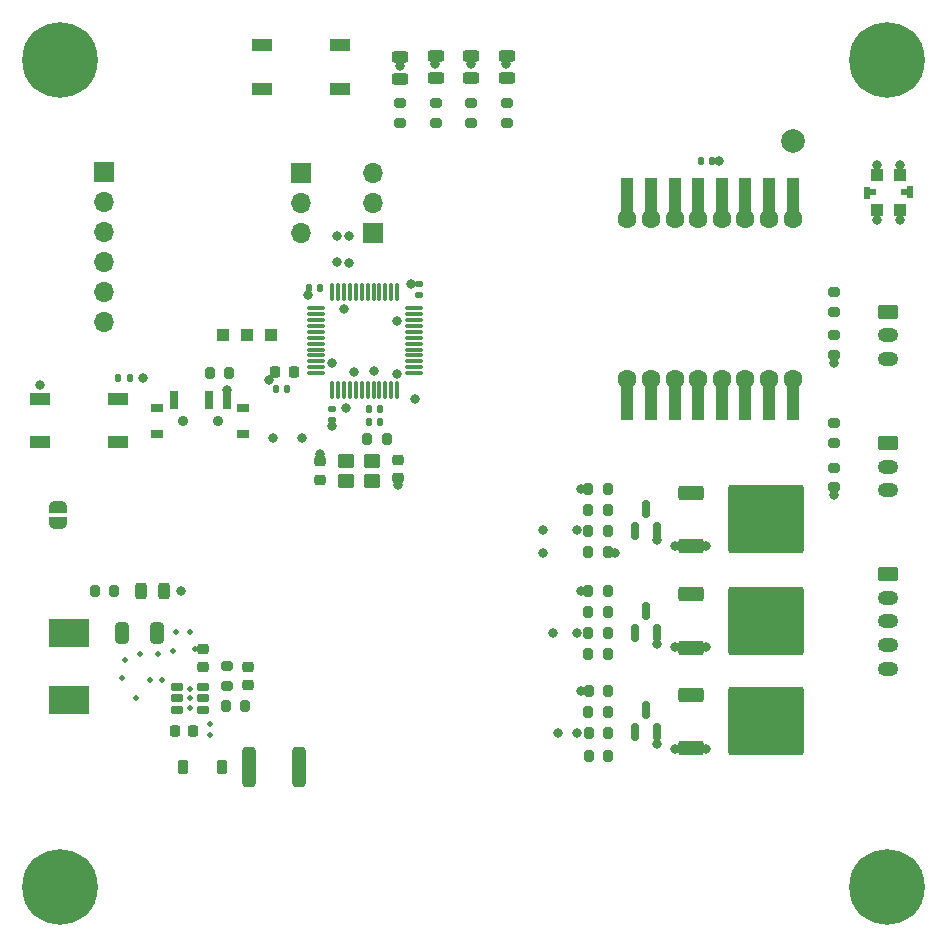
<source format=gbr>
%TF.GenerationSoftware,KiCad,Pcbnew,8.0.4*%
%TF.CreationDate,2024-08-31T15:47:31-07:00*%
%TF.ProjectId,aunisoma-panel-controller,61756e69-736f-46d6-912d-70616e656c2d,rev?*%
%TF.SameCoordinates,Original*%
%TF.FileFunction,Soldermask,Top*%
%TF.FilePolarity,Negative*%
%FSLAX46Y46*%
G04 Gerber Fmt 4.6, Leading zero omitted, Abs format (unit mm)*
G04 Created by KiCad (PCBNEW 8.0.4) date 2024-08-31 15:47:31*
%MOMM*%
%LPD*%
G01*
G04 APERTURE LIST*
G04 Aperture macros list*
%AMRoundRect*
0 Rectangle with rounded corners*
0 $1 Rounding radius*
0 $2 $3 $4 $5 $6 $7 $8 $9 X,Y pos of 4 corners*
0 Add a 4 corners polygon primitive as box body*
4,1,4,$2,$3,$4,$5,$6,$7,$8,$9,$2,$3,0*
0 Add four circle primitives for the rounded corners*
1,1,$1+$1,$2,$3*
1,1,$1+$1,$4,$5*
1,1,$1+$1,$6,$7*
1,1,$1+$1,$8,$9*
0 Add four rect primitives between the rounded corners*
20,1,$1+$1,$2,$3,$4,$5,0*
20,1,$1+$1,$4,$5,$6,$7,0*
20,1,$1+$1,$6,$7,$8,$9,0*
20,1,$1+$1,$8,$9,$2,$3,0*%
%AMFreePoly0*
4,1,19,0.500000,-0.750000,0.000000,-0.750000,0.000000,-0.744911,-0.071157,-0.744911,-0.207708,-0.704816,-0.327430,-0.627875,-0.420627,-0.520320,-0.479746,-0.390866,-0.500000,-0.250000,-0.500000,0.250000,-0.479746,0.390866,-0.420627,0.520320,-0.327430,0.627875,-0.207708,0.704816,-0.071157,0.744911,0.000000,0.744911,0.000000,0.750000,0.500000,0.750000,0.500000,-0.750000,0.500000,-0.750000,
$1*%
%AMFreePoly1*
4,1,19,0.000000,0.744911,0.071157,0.744911,0.207708,0.704816,0.327430,0.627875,0.420627,0.520320,0.479746,0.390866,0.500000,0.250000,0.500000,-0.250000,0.479746,-0.390866,0.420627,-0.520320,0.327430,-0.627875,0.207708,-0.704816,0.071157,-0.744911,0.000000,-0.744911,0.000000,-0.750000,-0.500000,-0.750000,-0.500000,0.750000,0.000000,0.750000,0.000000,0.744911,0.000000,0.744911,
$1*%
G04 Aperture macros list end*
%ADD10RoundRect,0.140000X-0.140000X-0.170000X0.140000X-0.170000X0.140000X0.170000X-0.140000X0.170000X0*%
%ADD11RoundRect,0.200000X-0.200000X-0.275000X0.200000X-0.275000X0.200000X0.275000X-0.200000X0.275000X0*%
%ADD12RoundRect,0.075000X0.075000X-0.662500X0.075000X0.662500X-0.075000X0.662500X-0.075000X-0.662500X0*%
%ADD13RoundRect,0.075000X0.662500X-0.075000X0.662500X0.075000X-0.662500X0.075000X-0.662500X-0.075000X0*%
%ADD14RoundRect,0.250000X-0.450000X-0.350000X0.450000X-0.350000X0.450000X0.350000X-0.450000X0.350000X0*%
%ADD15R,1.000000X1.000000*%
%ADD16C,0.800000*%
%ADD17C,6.400000*%
%ADD18RoundRect,0.140000X0.140000X0.170000X-0.140000X0.170000X-0.140000X-0.170000X0.140000X-0.170000X0*%
%ADD19C,2.000000*%
%ADD20RoundRect,0.200000X-0.275000X0.200000X-0.275000X-0.200000X0.275000X-0.200000X0.275000X0.200000X0*%
%ADD21RoundRect,0.225000X-0.250000X0.225000X-0.250000X-0.225000X0.250000X-0.225000X0.250000X0.225000X0*%
%ADD22RoundRect,0.250000X-0.625000X0.350000X-0.625000X-0.350000X0.625000X-0.350000X0.625000X0.350000X0*%
%ADD23O,1.750000X1.200000*%
%ADD24RoundRect,0.200000X0.200000X0.275000X-0.200000X0.275000X-0.200000X-0.275000X0.200000X-0.275000X0*%
%ADD25R,1.700000X1.700000*%
%ADD26O,1.700000X1.700000*%
%ADD27RoundRect,0.250000X-0.850000X-0.350000X0.850000X-0.350000X0.850000X0.350000X-0.850000X0.350000X0*%
%ADD28RoundRect,0.249997X-2.950003X-2.650003X2.950003X-2.650003X2.950003X2.650003X-2.950003X2.650003X0*%
%ADD29RoundRect,0.140000X-0.170000X0.140000X-0.170000X-0.140000X0.170000X-0.140000X0.170000X0.140000X0*%
%ADD30RoundRect,0.225000X0.225000X0.250000X-0.225000X0.250000X-0.225000X-0.250000X0.225000X-0.250000X0*%
%ADD31RoundRect,0.243750X-0.456250X0.243750X-0.456250X-0.243750X0.456250X-0.243750X0.456250X0.243750X0*%
%ADD32RoundRect,0.225000X-0.225000X-0.250000X0.225000X-0.250000X0.225000X0.250000X-0.225000X0.250000X0*%
%ADD33RoundRect,0.200000X0.275000X-0.200000X0.275000X0.200000X-0.275000X0.200000X-0.275000X-0.200000X0*%
%ADD34RoundRect,0.243750X0.243750X0.456250X-0.243750X0.456250X-0.243750X-0.456250X0.243750X-0.456250X0*%
%ADD35R,1.700000X1.000000*%
%ADD36RoundRect,0.150000X0.150000X-0.587500X0.150000X0.587500X-0.150000X0.587500X-0.150000X-0.587500X0*%
%ADD37RoundRect,0.250000X-0.325000X-0.650000X0.325000X-0.650000X0.325000X0.650000X-0.325000X0.650000X0*%
%ADD38R,0.700000X1.500000*%
%ADD39R,1.000000X0.800000*%
%ADD40C,0.900000*%
%ADD41RoundRect,0.140000X0.170000X-0.140000X0.170000X0.140000X-0.170000X0.140000X-0.170000X-0.140000X0*%
%ADD42RoundRect,0.250000X0.312500X1.450000X-0.312500X1.450000X-0.312500X-1.450000X0.312500X-1.450000X0*%
%ADD43RoundRect,0.225000X0.250000X-0.225000X0.250000X0.225000X-0.250000X0.225000X-0.250000X-0.225000X0*%
%ADD44FreePoly0,90.000000*%
%ADD45FreePoly1,90.000000*%
%ADD46R,1.000000X3.000000*%
%ADD47C,1.600000*%
%ADD48R,0.506000X1.012000*%
%ADD49R,0.556000X0.503000*%
%ADD50R,3.500000X2.350000*%
%ADD51RoundRect,0.225000X-0.225000X-0.375000X0.225000X-0.375000X0.225000X0.375000X-0.225000X0.375000X0*%
%ADD52RoundRect,0.162500X-0.367500X-0.162500X0.367500X-0.162500X0.367500X0.162500X-0.367500X0.162500X0*%
%ADD53C,0.500000*%
G04 APERTURE END LIST*
D10*
%TO.C,C1*%
X9400000Y47868326D03*
X10360000Y47868326D03*
%TD*%
D11*
%TO.C,R10*%
X49200000Y38505826D03*
X50850000Y38505826D03*
%TD*%
D12*
%TO.C,U2*%
X27515000Y46863826D03*
X28015000Y46863826D03*
X28515000Y46863826D03*
X29015000Y46863826D03*
X29515000Y46863826D03*
X30015000Y46863826D03*
X30515000Y46863826D03*
X31015000Y46863826D03*
X31515000Y46863826D03*
X32015000Y46863826D03*
X32515000Y46863826D03*
X33015000Y46863826D03*
D13*
X34427500Y48276326D03*
X34427500Y48776326D03*
X34427500Y49276326D03*
X34427500Y49776326D03*
X34427500Y50276326D03*
X34427500Y50776326D03*
X34427500Y51276326D03*
X34427500Y51776326D03*
X34427500Y52276326D03*
X34427500Y52776326D03*
X34427500Y53276326D03*
X34427500Y53776326D03*
D12*
X33015000Y55188826D03*
X32515000Y55188826D03*
X32015000Y55188826D03*
X31515000Y55188826D03*
X31015000Y55188826D03*
X30515000Y55188826D03*
X30015000Y55188826D03*
X29515000Y55188826D03*
X29015000Y55188826D03*
X28515000Y55188826D03*
X28015000Y55188826D03*
X27515000Y55188826D03*
D13*
X26102500Y53776326D03*
X26102500Y53276326D03*
X26102500Y52776326D03*
X26102500Y52276326D03*
X26102500Y51776326D03*
X26102500Y51276326D03*
X26102500Y50776326D03*
X26102500Y50276326D03*
X26102500Y49776326D03*
X26102500Y49276326D03*
X26102500Y48776326D03*
X26102500Y48276326D03*
%TD*%
D14*
%TO.C,Y1*%
X28665000Y39126326D03*
X30865000Y39126326D03*
X30865000Y40826326D03*
X28665000Y40826326D03*
%TD*%
D15*
%TO.C,PB3*%
X22360000Y51530326D03*
%TD*%
D16*
%TO.C,H2*%
X2100000Y4801326D03*
X2802944Y6498382D03*
X2802944Y3104270D03*
X4500000Y7201326D03*
D17*
X4500000Y4801326D03*
D16*
X4500000Y2401326D03*
X6197056Y6498382D03*
X6197056Y3104270D03*
X6900000Y4801326D03*
%TD*%
D18*
%TO.C,C7*%
X23680000Y46968326D03*
X22720000Y46968326D03*
%TD*%
D19*
%TO.C,X1*%
X66500000Y67968326D03*
%TD*%
D20*
%TO.C,R24*%
X70000000Y44018326D03*
X70000000Y42368326D03*
%TD*%
D21*
%TO.C,C13*%
X33065000Y40926326D03*
X33065000Y39376326D03*
%TD*%
D22*
%TO.C,J7*%
X74600000Y31268326D03*
D23*
X74600000Y29268326D03*
X74600000Y27268326D03*
X74600000Y25268326D03*
X74600000Y23268326D03*
%TD*%
D24*
%TO.C,R5*%
X32115000Y42726326D03*
X30465000Y42726326D03*
%TD*%
D25*
%TO.C,J3*%
X30970600Y60181326D03*
D26*
X30970600Y62721326D03*
X30970600Y65261326D03*
%TD*%
D24*
%TO.C,R1*%
X9050000Y29868326D03*
X7400000Y29868326D03*
%TD*%
D18*
%TO.C,C12*%
X31580000Y44126326D03*
X30620000Y44126326D03*
%TD*%
D25*
%TO.C,J2*%
X24900000Y65246326D03*
D26*
X24900000Y62706326D03*
X24900000Y60166326D03*
%TD*%
D24*
%TO.C,R15*%
X50850000Y28065826D03*
X49200000Y28065826D03*
%TD*%
D10*
%TO.C,C15*%
X58750000Y66250000D03*
X59710000Y66250000D03*
%TD*%
D27*
%TO.C,Q5*%
X57925000Y29570826D03*
D28*
X64225000Y27290826D03*
D27*
X57925000Y25010826D03*
%TD*%
D29*
%TO.C,C10*%
X27500000Y45248326D03*
X27500000Y44288326D03*
%TD*%
D30*
%TO.C,C6*%
X24250000Y48368326D03*
X22700000Y48368326D03*
%TD*%
D20*
%TO.C,R9*%
X42282000Y71134826D03*
X42282000Y69484826D03*
%TD*%
D24*
%TO.C,R20*%
X50875000Y17785826D03*
X49225000Y17785826D03*
%TD*%
D31*
%TO.C,D6*%
X42282000Y75134826D03*
X42282000Y73259826D03*
%TD*%
D32*
%TO.C,C3*%
X14200000Y17968326D03*
X15750000Y17968326D03*
%TD*%
D33*
%TO.C,R25*%
X70000000Y38618326D03*
X70000000Y40268326D03*
%TD*%
D27*
%TO.C,Q4*%
X57925000Y38170826D03*
D28*
X64225000Y35890826D03*
D27*
X57925000Y33610826D03*
%TD*%
D18*
%TO.C,C11*%
X31580000Y45226326D03*
X30620000Y45226326D03*
%TD*%
D22*
%TO.C,J5*%
X74600000Y53468326D03*
D23*
X74600000Y51468326D03*
X74600000Y49468326D03*
%TD*%
D34*
%TO.C,D1*%
X13237500Y29868326D03*
X11362500Y29868326D03*
%TD*%
D15*
%TO.C,PB1*%
X18296000Y51530326D03*
%TD*%
D35*
%TO.C,SW1*%
X9400000Y42418326D03*
X2800000Y42418326D03*
X9400000Y46118326D03*
X2800000Y46118326D03*
%TD*%
D36*
%TO.C,Q1*%
X53150000Y34930826D03*
X55050000Y34930826D03*
X54100000Y36805826D03*
%TD*%
D25*
%TO.C,J1*%
X8200000Y65268326D03*
D26*
X8200000Y62728326D03*
X8200000Y60188326D03*
X8200000Y57648326D03*
X8200000Y55108326D03*
X8200000Y52568326D03*
%TD*%
D11*
%TO.C,R18*%
X49225000Y21385826D03*
X50875000Y21385826D03*
%TD*%
%TO.C,R13*%
X49200000Y33105826D03*
X50850000Y33105826D03*
%TD*%
D37*
%TO.C,C2*%
X9725000Y26268326D03*
X12675000Y26268326D03*
%TD*%
D38*
%TO.C,SW2*%
X18600000Y45968326D03*
X17100000Y45968326D03*
X14100000Y45968326D03*
D39*
X20000000Y43108326D03*
X20000000Y45318326D03*
D40*
X17850000Y44208326D03*
X14850000Y44208326D03*
D39*
X12700000Y43108326D03*
X12700000Y45318326D03*
%TD*%
D36*
%TO.C,Q3*%
X53150000Y17885826D03*
X55050000Y17885826D03*
X54100000Y19760826D03*
%TD*%
D33*
%TO.C,R23*%
X70000000Y49818326D03*
X70000000Y51468326D03*
%TD*%
D27*
%TO.C,Q6*%
X57925000Y21065826D03*
D28*
X64225000Y18785826D03*
D27*
X57925000Y16505826D03*
%TD*%
D20*
%TO.C,R22*%
X70000000Y55118326D03*
X70000000Y53468326D03*
%TD*%
D11*
%TO.C,R14*%
X49200000Y29865826D03*
X50850000Y29865826D03*
%TD*%
D31*
%TO.C,D3*%
X33282000Y75072326D03*
X33282000Y73197326D03*
%TD*%
D15*
%TO.C,PB2*%
X20328000Y51530326D03*
%TD*%
D11*
%TO.C,R4*%
X18525000Y20118326D03*
X20175000Y20118326D03*
%TD*%
D41*
%TO.C,C14*%
X34900000Y54888326D03*
X34900000Y55848326D03*
%TD*%
D20*
%TO.C,R7*%
X36282000Y71134826D03*
X36282000Y69484826D03*
%TD*%
%TO.C,R6*%
X33282000Y71134826D03*
X33282000Y69484826D03*
%TD*%
D24*
%TO.C,R11*%
X50850000Y36705826D03*
X49200000Y36705826D03*
%TD*%
D36*
%TO.C,Q2*%
X53150000Y26305826D03*
X55050000Y26305826D03*
X54100000Y28180826D03*
%TD*%
D16*
%TO.C,H3*%
X72100000Y74801326D03*
X72802944Y76498382D03*
X72802944Y73104270D03*
X74500000Y77201326D03*
D17*
X74500000Y74801326D03*
D16*
X74500000Y72401326D03*
X76197056Y76498382D03*
X76197056Y73104270D03*
X76900000Y74801326D03*
%TD*%
D42*
%TO.C,F1*%
X24737500Y14968326D03*
X20462500Y14968326D03*
%TD*%
D11*
%TO.C,R21*%
X49250000Y15885826D03*
X50900000Y15885826D03*
%TD*%
%TO.C,R2*%
X17150000Y48268326D03*
X18800000Y48268326D03*
%TD*%
%TO.C,R17*%
X49200000Y24465826D03*
X50850000Y24465826D03*
%TD*%
D31*
%TO.C,D5*%
X39282000Y75134826D03*
X39282000Y73259826D03*
%TD*%
D43*
%TO.C,C4*%
X16600000Y23393326D03*
X16600000Y24943326D03*
%TD*%
D35*
%TO.C,SW3*%
X28150000Y72318326D03*
X21550000Y72318326D03*
X28150000Y76018326D03*
X21550000Y76018326D03*
%TD*%
D16*
%TO.C,H4*%
X72100000Y4801326D03*
X72802944Y6498382D03*
X72802944Y3104270D03*
X74500000Y7201326D03*
D17*
X74500000Y4801326D03*
D16*
X74500000Y2401326D03*
X76197056Y6498382D03*
X76197056Y3104270D03*
X76900000Y4801326D03*
%TD*%
D31*
%TO.C,D4*%
X36282000Y75134826D03*
X36282000Y73259826D03*
%TD*%
D18*
%TO.C,C8*%
X26500000Y55468326D03*
X25540000Y55468326D03*
%TD*%
D44*
%TO.C,JP1*%
X4300000Y35618326D03*
D45*
X4300000Y36918326D03*
%TD*%
D20*
%TO.C,R3*%
X18600000Y23468326D03*
X18600000Y21818326D03*
%TD*%
D24*
%TO.C,R19*%
X50850000Y19585826D03*
X49200000Y19585826D03*
%TD*%
D43*
%TO.C,C9*%
X26465000Y39251326D03*
X26465000Y40801326D03*
%TD*%
D24*
%TO.C,R16*%
X50825000Y26265826D03*
X49175000Y26265826D03*
%TD*%
D46*
%TO.C,U3*%
X52500000Y45768326D03*
D47*
X52500000Y47768326D03*
D46*
X54500000Y45768326D03*
D47*
X54500000Y47768326D03*
D46*
X56500000Y45768326D03*
D47*
X56500000Y47768326D03*
D46*
X58500000Y45768326D03*
D47*
X58500000Y47768326D03*
D46*
X60500000Y45768326D03*
D47*
X60500000Y47768326D03*
D46*
X62500000Y45768326D03*
D47*
X62500000Y47768326D03*
D46*
X64500000Y45768326D03*
D47*
X64500000Y47768326D03*
D46*
X66500000Y45768326D03*
D47*
X66500000Y47768326D03*
X66500000Y61368326D03*
D46*
X66500000Y63368326D03*
D47*
X64500000Y61368326D03*
D46*
X64500000Y63368326D03*
D47*
X62500000Y61368326D03*
D46*
X62500000Y63368326D03*
D47*
X60500000Y61368326D03*
D46*
X60500000Y63368326D03*
D47*
X58500000Y61368326D03*
D46*
X58500000Y63368326D03*
D47*
X56500000Y61368326D03*
D46*
X56500000Y63368326D03*
D47*
X54500000Y61368326D03*
D46*
X54500000Y63368326D03*
D47*
X52500000Y61368326D03*
D46*
X52500000Y63368326D03*
%TD*%
D48*
%TO.C,J4*%
X72797000Y63568326D03*
D49*
X73272000Y63572826D03*
X75900000Y63572826D03*
D48*
X76400000Y63574326D03*
D15*
X73600000Y62074326D03*
X75600000Y62074326D03*
X73600000Y65074326D03*
X75600000Y65074326D03*
%TD*%
D50*
%TO.C,L1*%
X5225000Y20618326D03*
X5225000Y26318326D03*
%TD*%
D22*
%TO.C,J6*%
X74600000Y42368326D03*
D23*
X74600000Y40368326D03*
X74600000Y38368326D03*
%TD*%
D20*
%TO.C,R8*%
X39282000Y71134826D03*
X39282000Y69484826D03*
%TD*%
D21*
%TO.C,C5*%
X20400000Y23418326D03*
X20400000Y21868326D03*
%TD*%
D16*
%TO.C,H1*%
X2100000Y74801326D03*
X2802944Y76498382D03*
X2802944Y73104270D03*
X4500000Y77201326D03*
D17*
X4500000Y74801326D03*
D16*
X4500000Y72401326D03*
X6197056Y76498382D03*
X6197056Y73104270D03*
X6900000Y74801326D03*
%TD*%
D24*
%TO.C,R12*%
X50850000Y34905826D03*
X49200000Y34905826D03*
%TD*%
D51*
%TO.C,D2*%
X14850000Y14968326D03*
X18150000Y14968326D03*
%TD*%
D52*
%TO.C,U1*%
X14400000Y21693326D03*
X14400000Y20743326D03*
X14400000Y19793326D03*
X16600000Y19793326D03*
X16600000Y20743326D03*
X16600000Y21693326D03*
%TD*%
D16*
X45400000Y33068326D03*
X51500000Y33068326D03*
X48265000Y17768326D03*
X46600000Y17768326D03*
X46175000Y26268326D03*
X48250000Y26268326D03*
X34500000Y46068326D03*
X33004267Y48201325D03*
X48255000Y34968326D03*
X45400000Y34968326D03*
X70000000Y37943326D03*
D53*
X17200000Y18568326D03*
D16*
X22175000Y47668326D03*
X31015000Y48468326D03*
X75600000Y61268326D03*
X18600000Y46868326D03*
D53*
X12100000Y22268326D03*
D16*
X28500000Y53701326D03*
X33100000Y38768326D03*
X60250000Y66250000D03*
D53*
X15500000Y26368326D03*
D16*
X33000000Y52668326D03*
X48550000Y21385826D03*
X56550000Y16465826D03*
X55050000Y34165826D03*
D53*
X15500000Y21568326D03*
D16*
X36250000Y74418326D03*
D53*
X10000000Y24000000D03*
D16*
X59150000Y16465826D03*
X27500000Y43768326D03*
X25500000Y54868326D03*
D53*
X15500000Y20768326D03*
D16*
X73600000Y65868326D03*
X70000000Y49143326D03*
D53*
X14250000Y26368326D03*
D16*
X55050000Y25365826D03*
X34200000Y55848326D03*
X33250000Y74318326D03*
X73600000Y61268326D03*
X27525000Y49168326D03*
D53*
X13100000Y22268326D03*
D16*
X39250000Y74418326D03*
X59150000Y33665826D03*
X48550000Y29865826D03*
X42250000Y74418326D03*
X59150000Y25065826D03*
D53*
X14000000Y24750000D03*
X12750000Y24500000D03*
D16*
X2800000Y47268326D03*
D53*
X9750000Y22500000D03*
D16*
X14700000Y29868326D03*
X56550000Y33665826D03*
X56550000Y25065826D03*
X11460000Y47868326D03*
D53*
X11250000Y24500000D03*
D16*
X26500000Y41468326D03*
X55050000Y16885826D03*
X75600000Y65868326D03*
D53*
X15500000Y19968326D03*
X17200000Y17618326D03*
D16*
X48550000Y38465826D03*
D53*
X15937500Y24918326D03*
X10900000Y20768326D03*
D16*
X22500000Y42768326D03*
X28700000Y45368326D03*
X25000000Y42768326D03*
X29400000Y48368326D03*
X27950000Y57652326D03*
X27948000Y59912326D03*
X28964004Y59912326D03*
X28964002Y57626326D03*
M02*

</source>
